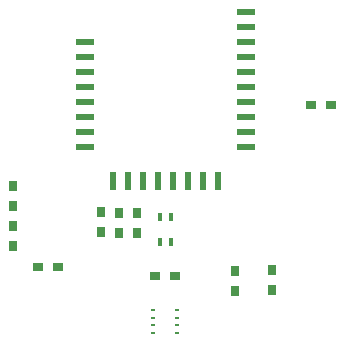
<source format=gbr>
G04 DipTrace 3.2.0.1*
G04 TopPaste.gbr*
%MOIN*%
G04 #@! TF.FileFunction,Paste,Top*
G04 #@! TF.Part,Single*
%ADD33R,0.015748X0.031496*%
%ADD37R,0.011811X0.005906*%
%ADD39R,0.023622X0.059055*%
%ADD41R,0.059055X0.023622*%
%ADD43R,0.031496X0.035433*%
%ADD47R,0.035433X0.031496*%
%FSLAX26Y26*%
G04*
G70*
G90*
G75*
G01*
G04 TopPaste*
%LPD*%
D47*
X-423768Y-377710D3*
X-356839D3*
X33465Y-408298D3*
X-33465D3*
X486051Y162248D3*
X552980D3*
D43*
X-92825Y-263314D3*
Y-196385D3*
X232581Y-458857D3*
Y-391928D3*
X355110Y-454273D3*
Y-387344D3*
D41*
X-267717Y23622D3*
Y73622D3*
Y123622D3*
Y173622D3*
Y223622D3*
Y273622D3*
Y323622D3*
Y373622D3*
X267717Y23622D3*
Y73622D3*
Y123622D3*
Y173622D3*
Y223622D3*
Y273622D3*
Y323622D3*
Y373622D3*
Y423622D3*
Y473622D3*
D39*
X-25000Y-90551D3*
X25000D3*
X-75000Y-90157D3*
X75000Y-90551D3*
X-125000D3*
X125000D3*
X-175000D3*
X175000D3*
D37*
X-40354Y-546605D3*
Y-572196D3*
X40354D3*
Y-546605D3*
X-40354Y-521014D3*
Y-597786D3*
X40354D3*
Y-521014D3*
D43*
X-507864Y-174217D3*
Y-107287D3*
X-507686Y-242175D3*
Y-309104D3*
D33*
X-17063Y-294613D3*
Y-211936D3*
X18370Y-294613D3*
Y-211936D3*
D43*
X-154462Y-263336D3*
Y-196407D3*
X-214402Y-262765D3*
Y-195836D3*
M02*

</source>
